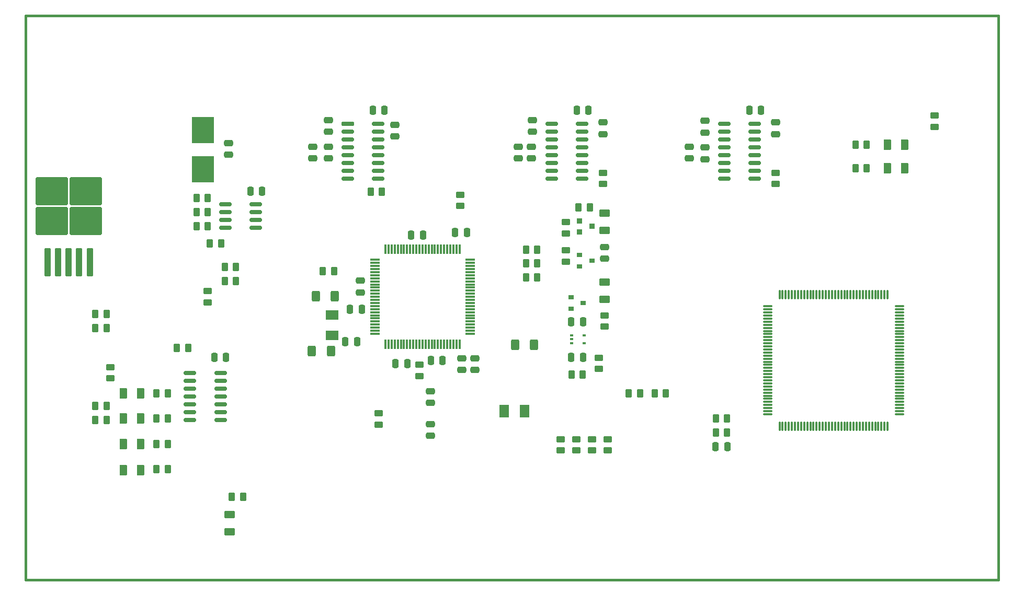
<source format=gbr>
%TF.GenerationSoftware,KiCad,Pcbnew,8.99.0-344-gfbc433deaa-dirty*%
%TF.CreationDate,2024-03-11T18:45:51+01:00*%
%TF.ProjectId,kit-dev-coldfire-xilinx_5213,6b69742d-6465-4762-9d63-6f6c64666972,2*%
%TF.SameCoordinates,Original*%
%TF.FileFunction,Paste,Top*%
%TF.FilePolarity,Positive*%
%FSLAX46Y46*%
G04 Gerber Fmt 4.6, Leading zero omitted, Abs format (unit mm)*
G04 Created by KiCad (PCBNEW 8.99.0-344-gfbc433deaa-dirty) date 2024-03-11 18:45:51*
%MOMM*%
%LPD*%
G01*
G04 APERTURE LIST*
G04 Aperture macros list*
%AMRoundRect*
0 Rectangle with rounded corners*
0 $1 Rounding radius*
0 $2 $3 $4 $5 $6 $7 $8 $9 X,Y pos of 4 corners*
0 Add a 4 corners polygon primitive as box body*
4,1,4,$2,$3,$4,$5,$6,$7,$8,$9,$2,$3,0*
0 Add four circle primitives for the rounded corners*
1,1,$1+$1,$2,$3*
1,1,$1+$1,$4,$5*
1,1,$1+$1,$6,$7*
1,1,$1+$1,$8,$9*
0 Add four rect primitives between the rounded corners*
20,1,$1+$1,$2,$3,$4,$5,0*
20,1,$1+$1,$4,$5,$6,$7,0*
20,1,$1+$1,$6,$7,$8,$9,0*
20,1,$1+$1,$8,$9,$2,$3,0*%
G04 Aperture macros list end*
%ADD10RoundRect,0.250000X-0.475000X0.250000X-0.475000X-0.250000X0.475000X-0.250000X0.475000X0.250000X0*%
%ADD11RoundRect,0.250000X0.475000X-0.250000X0.475000X0.250000X-0.475000X0.250000X-0.475000X-0.250000X0*%
%ADD12RoundRect,0.250000X0.250000X0.475000X-0.250000X0.475000X-0.250000X-0.475000X0.250000X-0.475000X0*%
%ADD13RoundRect,0.250000X-0.250000X-0.475000X0.250000X-0.475000X0.250000X0.475000X-0.250000X0.475000X0*%
%ADD14R,2.032000X1.524000*%
%ADD15R,1.524000X2.032000*%
%ADD16R,0.900000X0.800000*%
%ADD17RoundRect,0.250000X0.375000X0.625000X-0.375000X0.625000X-0.375000X-0.625000X0.375000X-0.625000X0*%
%ADD18R,3.556000X4.191000*%
%ADD19RoundRect,0.250000X0.400000X0.625000X-0.400000X0.625000X-0.400000X-0.625000X0.400000X-0.625000X0*%
%ADD20RoundRect,0.250000X-0.400000X-0.625000X0.400000X-0.625000X0.400000X0.625000X-0.400000X0.625000X0*%
%ADD21RoundRect,0.250000X-0.375000X-0.625000X0.375000X-0.625000X0.375000X0.625000X-0.375000X0.625000X0*%
%ADD22RoundRect,0.250000X0.625000X-0.375000X0.625000X0.375000X-0.625000X0.375000X-0.625000X-0.375000X0*%
%ADD23R,0.914400X0.914400*%
%ADD24RoundRect,0.250000X0.450000X-0.262500X0.450000X0.262500X-0.450000X0.262500X-0.450000X-0.262500X0*%
%ADD25RoundRect,0.250000X-0.262500X-0.450000X0.262500X-0.450000X0.262500X0.450000X-0.262500X0.450000X0*%
%ADD26RoundRect,0.250000X0.262500X0.450000X-0.262500X0.450000X-0.262500X-0.450000X0.262500X-0.450000X0*%
%ADD27RoundRect,0.250000X-0.450000X0.262500X-0.450000X-0.262500X0.450000X-0.262500X0.450000X0.262500X0*%
%ADD28RoundRect,0.075000X-0.075000X0.725000X-0.075000X-0.725000X0.075000X-0.725000X0.075000X0.725000X0*%
%ADD29RoundRect,0.075000X-0.725000X0.075000X-0.725000X-0.075000X0.725000X-0.075000X0.725000X0.075000X0*%
%ADD30R,0.508000X0.304800*%
%ADD31RoundRect,0.150000X-0.825000X-0.150000X0.825000X-0.150000X0.825000X0.150000X-0.825000X0.150000X0*%
%ADD32RoundRect,0.150000X0.825000X0.150000X-0.825000X0.150000X-0.825000X-0.150000X0.825000X-0.150000X0*%
%ADD33RoundRect,0.088235X-0.886765X-0.211765X0.886765X-0.211765X0.886765X0.211765X-0.886765X0.211765X0*%
%ADD34RoundRect,0.250000X0.300000X-2.050000X0.300000X2.050000X-0.300000X2.050000X-0.300000X-2.050000X0*%
%ADD35RoundRect,0.250000X2.375000X-2.025000X2.375000X2.025000X-2.375000X2.025000X-2.375000X-2.025000X0*%
%ADD36RoundRect,0.075000X-0.075000X0.662500X-0.075000X-0.662500X0.075000X-0.662500X0.075000X0.662500X0*%
%ADD37RoundRect,0.075000X-0.662500X0.075000X-0.662500X-0.075000X0.662500X-0.075000X0.662500X0.075000X0*%
%TA.AperFunction,Profile*%
%ADD38C,0.381000*%
%TD*%
G04 APERTURE END LIST*
D10*
%TO.C,C107*%
X136652000Y-116779000D03*
X136652000Y-118679000D03*
%TD*%
D11*
%TO.C,C106*%
X136652000Y-124013000D03*
X136652000Y-122113000D03*
%TD*%
%TO.C,C105*%
X164846000Y-95311000D03*
X164846000Y-93411000D03*
%TD*%
D12*
%TO.C,C110*%
X142555000Y-91059000D03*
X140655000Y-91059000D03*
%TD*%
%TO.C,C111*%
X135443000Y-91440000D03*
X133543000Y-91440000D03*
%TD*%
D10*
%TO.C,C113*%
X125349000Y-98872000D03*
X125349000Y-100772000D03*
%TD*%
D12*
%TO.C,C114*%
X125537000Y-103505000D03*
X123637000Y-103505000D03*
%TD*%
%TO.C,C115*%
X132903000Y-112268000D03*
X131003000Y-112268000D03*
%TD*%
%TO.C,C116*%
X138618000Y-111760000D03*
X136718000Y-111760000D03*
%TD*%
D13*
%TO.C,C101*%
X159451000Y-105537000D03*
X161351000Y-105537000D03*
%TD*%
D12*
%TO.C,C104*%
X161351000Y-111252000D03*
X159451000Y-111252000D03*
%TD*%
D14*
%TO.C,C108*%
X120777000Y-107696000D03*
X120777000Y-104394000D03*
%TD*%
D15*
%TO.C,C119*%
X148590000Y-120015000D03*
X151892000Y-120015000D03*
%TD*%
D13*
%TO.C,C109*%
X122875000Y-108712000D03*
X124775000Y-108712000D03*
%TD*%
D10*
%TO.C,C102*%
X141732000Y-111445000D03*
X141732000Y-113345000D03*
%TD*%
%TO.C,C103*%
X143891000Y-111445000D03*
X143891000Y-113345000D03*
%TD*%
%TO.C,C203*%
X192532000Y-73218000D03*
X192532000Y-75118000D03*
%TD*%
D12*
%TO.C,C204*%
X190180000Y-71247000D03*
X188280000Y-71247000D03*
%TD*%
D10*
%TO.C,C205*%
X181102000Y-72964000D03*
X181102000Y-74864000D03*
%TD*%
%TO.C,C206*%
X181102000Y-77282000D03*
X181102000Y-79182000D03*
%TD*%
D13*
%TO.C,C202*%
X101666000Y-111252000D03*
X103566000Y-111252000D03*
%TD*%
D11*
%TO.C,C207*%
X178562000Y-79055000D03*
X178562000Y-77155000D03*
%TD*%
D10*
%TO.C,C208*%
X164592000Y-73218000D03*
X164592000Y-75118000D03*
%TD*%
D12*
%TO.C,C209*%
X162240000Y-71247000D03*
X160340000Y-71247000D03*
%TD*%
D10*
%TO.C,C210*%
X153162000Y-72837000D03*
X153162000Y-74737000D03*
%TD*%
%TO.C,C211*%
X153035000Y-77155000D03*
X153035000Y-79055000D03*
%TD*%
D11*
%TO.C,C214*%
X150876000Y-79055000D03*
X150876000Y-77155000D03*
%TD*%
D13*
%TO.C,C219*%
X107508000Y-84328000D03*
X109408000Y-84328000D03*
%TD*%
D12*
%TO.C,C217*%
X129220000Y-71247000D03*
X127320000Y-71247000D03*
%TD*%
D10*
%TO.C,C220*%
X120142000Y-77155000D03*
X120142000Y-79055000D03*
%TD*%
D11*
%TO.C,C213*%
X104000000Y-78450000D03*
X104000000Y-76550000D03*
%TD*%
D13*
%TO.C,C201*%
X182819000Y-125730000D03*
X184719000Y-125730000D03*
%TD*%
D10*
%TO.C,C218*%
X120142000Y-72837000D03*
X120142000Y-74737000D03*
%TD*%
D11*
%TO.C,C221*%
X117602000Y-79055000D03*
X117602000Y-77155000D03*
%TD*%
D10*
%TO.C,C216*%
X130937000Y-73599000D03*
X130937000Y-75499000D03*
%TD*%
D16*
%TO.C,D101*%
X159401000Y-103439000D03*
X161401000Y-102489000D03*
X159401000Y-101539000D03*
%TD*%
%TO.C,D102*%
X160798000Y-96581000D03*
X162798000Y-95631000D03*
X160798000Y-94681000D03*
%TD*%
D17*
%TO.C,D301*%
X213490000Y-76835000D03*
X210690000Y-76835000D03*
%TD*%
%TO.C,D302*%
X213490000Y-80645000D03*
X210690000Y-80645000D03*
%TD*%
D18*
%TO.C,F201*%
X99800000Y-74425000D03*
X99800000Y-80775000D03*
%TD*%
D19*
%TO.C,FB101*%
X121184000Y-101346000D03*
X118084000Y-101346000D03*
%TD*%
D20*
%TO.C,L102*%
X117449000Y-110236000D03*
X120549000Y-110236000D03*
%TD*%
D19*
%TO.C,L101*%
X153442000Y-109220000D03*
X150342000Y-109220000D03*
%TD*%
D21*
%TO.C,LED201*%
X86992000Y-117094000D03*
X89792000Y-117094000D03*
%TD*%
%TO.C,LED202*%
X86992000Y-121158000D03*
X89792000Y-121158000D03*
%TD*%
%TO.C,LED203*%
X86992000Y-125349000D03*
X89792000Y-125349000D03*
%TD*%
%TO.C,LED204*%
X86992000Y-129540000D03*
X89792000Y-129540000D03*
%TD*%
D22*
%TO.C,LED205*%
X104140000Y-139576000D03*
X104140000Y-136776000D03*
%TD*%
%TO.C,LEDABRT101*%
X164846000Y-101857000D03*
X164846000Y-99057000D03*
%TD*%
D23*
%TO.C,Q101*%
X160782000Y-90932000D03*
X160782000Y-89154000D03*
X162814000Y-90043000D03*
%TD*%
D24*
%TO.C,R125*%
X128270000Y-122197500D03*
X128270000Y-120372500D03*
%TD*%
D25*
%TO.C,R102*%
X103354500Y-96647000D03*
X105179500Y-96647000D03*
%TD*%
D26*
%TO.C,R118*%
X184681500Y-121158000D03*
X182856500Y-121158000D03*
%TD*%
%TO.C,R119*%
X184681500Y-123444000D03*
X182856500Y-123444000D03*
%TD*%
D25*
%TO.C,R120*%
X152122500Y-93853000D03*
X153947500Y-93853000D03*
%TD*%
D27*
%TO.C,R104*%
X163957000Y-111355500D03*
X163957000Y-113180500D03*
%TD*%
D25*
%TO.C,R121*%
X168759500Y-117094000D03*
X170584500Y-117094000D03*
%TD*%
D24*
%TO.C,R113*%
X141478000Y-86764500D03*
X141478000Y-84939500D03*
%TD*%
D26*
%TO.C,R122*%
X174775500Y-117094000D03*
X172950500Y-117094000D03*
%TD*%
D25*
%TO.C,R123*%
X152122500Y-98298000D03*
X153947500Y-98298000D03*
%TD*%
D26*
%TO.C,R105*%
X161313500Y-114046000D03*
X159488500Y-114046000D03*
%TD*%
D25*
%TO.C,R124*%
X152122500Y-96012000D03*
X153947500Y-96012000D03*
%TD*%
D27*
%TO.C,R103*%
X164846000Y-104497500D03*
X164846000Y-106322500D03*
%TD*%
D24*
%TO.C,R106*%
X158623000Y-95781500D03*
X158623000Y-93956500D03*
%TD*%
D26*
%TO.C,R111*%
X121054500Y-97282000D03*
X119229500Y-97282000D03*
%TD*%
%TO.C,R107*%
X84224500Y-104267000D03*
X82399500Y-104267000D03*
%TD*%
%TO.C,R108*%
X84224500Y-106553000D03*
X82399500Y-106553000D03*
%TD*%
%TO.C,R109*%
X84224500Y-119126000D03*
X82399500Y-119126000D03*
%TD*%
%TO.C,R110*%
X84224500Y-121412000D03*
X82399500Y-121412000D03*
%TD*%
D24*
%TO.C,R115*%
X158623000Y-91209500D03*
X158623000Y-89384500D03*
%TD*%
D25*
%TO.C,R116*%
X160631500Y-86995000D03*
X162456500Y-86995000D03*
%TD*%
D26*
%TO.C,R215*%
X128801500Y-84455000D03*
X126976500Y-84455000D03*
%TD*%
D25*
%TO.C,R101*%
X103354500Y-98933000D03*
X105179500Y-98933000D03*
%TD*%
D27*
%TO.C,R117*%
X84836000Y-112879500D03*
X84836000Y-114704500D03*
%TD*%
D25*
%TO.C,R202*%
X92305500Y-117094000D03*
X94130500Y-117094000D03*
%TD*%
D24*
%TO.C,R205*%
X192532000Y-83208500D03*
X192532000Y-81383500D03*
%TD*%
D25*
%TO.C,R203*%
X92305500Y-121158000D03*
X94130500Y-121158000D03*
%TD*%
%TO.C,R204*%
X92305500Y-125349000D03*
X94130500Y-125349000D03*
%TD*%
%TO.C,R206*%
X92305500Y-129413000D03*
X94130500Y-129413000D03*
%TD*%
D26*
%TO.C,R201*%
X97432500Y-109728000D03*
X95607500Y-109728000D03*
%TD*%
D24*
%TO.C,R208*%
X164592000Y-83208500D03*
X164592000Y-81383500D03*
%TD*%
D25*
%TO.C,R210*%
X100941500Y-92837000D03*
X102766500Y-92837000D03*
%TD*%
D26*
%TO.C,R209*%
X100607500Y-85471000D03*
X98782500Y-85471000D03*
%TD*%
D24*
%TO.C,R112*%
X100584000Y-102385500D03*
X100584000Y-100560500D03*
%TD*%
D27*
%TO.C,R114*%
X134874000Y-112498500D03*
X134874000Y-114323500D03*
%TD*%
D24*
%TO.C,R214*%
X157734000Y-126388500D03*
X157734000Y-124563500D03*
%TD*%
%TO.C,R213*%
X160274000Y-126388500D03*
X160274000Y-124563500D03*
%TD*%
%TO.C,R212*%
X162814000Y-126388500D03*
X162814000Y-124563500D03*
%TD*%
%TO.C,R211*%
X165354000Y-126388500D03*
X165354000Y-124563500D03*
%TD*%
D25*
%TO.C,R207*%
X104497500Y-133858000D03*
X106322500Y-133858000D03*
%TD*%
D27*
%TO.C,R301*%
X218250000Y-72087500D03*
X218250000Y-73912500D03*
%TD*%
D25*
%TO.C,R303*%
X205462500Y-76835000D03*
X207287500Y-76835000D03*
%TD*%
%TO.C,R304*%
X205462500Y-80645000D03*
X207287500Y-80645000D03*
%TD*%
%TO.C,RCAN202*%
X98782500Y-87757000D03*
X100607500Y-87757000D03*
%TD*%
%TO.C,RCAN201*%
X98782500Y-90043000D03*
X100607500Y-90043000D03*
%TD*%
D22*
%TO.C,LED_RST101*%
X164846000Y-90681000D03*
X164846000Y-87881000D03*
%TD*%
D28*
%TO.C,U102*%
X141382000Y-93798000D03*
X140882000Y-93798000D03*
X140382000Y-93798000D03*
X139882000Y-93798000D03*
X139382000Y-93798000D03*
X138882000Y-93798000D03*
X138382000Y-93798000D03*
X137882000Y-93798000D03*
X137382000Y-93798000D03*
X136882000Y-93798000D03*
X136382000Y-93798000D03*
X135882000Y-93798000D03*
X135382000Y-93798000D03*
X134882000Y-93798000D03*
X134382000Y-93798000D03*
X133882000Y-93798000D03*
X133382000Y-93798000D03*
X132882000Y-93798000D03*
X132382000Y-93798000D03*
X131882000Y-93798000D03*
X131382000Y-93798000D03*
X130882000Y-93798000D03*
X130382000Y-93798000D03*
X129882000Y-93798000D03*
X129382000Y-93798000D03*
D29*
X127707000Y-95473000D03*
X127707000Y-95973000D03*
X127707000Y-96473000D03*
X127707000Y-96973000D03*
X127707000Y-97473000D03*
X127707000Y-97973000D03*
X127707000Y-98473000D03*
X127707000Y-98973000D03*
X127707000Y-99473000D03*
X127707000Y-99973000D03*
X127707000Y-100473000D03*
X127707000Y-100973000D03*
X127707000Y-101473000D03*
X127707000Y-101973000D03*
X127707000Y-102473000D03*
X127707000Y-102973000D03*
X127707000Y-103473000D03*
X127707000Y-103973000D03*
X127707000Y-104473000D03*
X127707000Y-104973000D03*
X127707000Y-105473000D03*
X127707000Y-105973000D03*
X127707000Y-106473000D03*
X127707000Y-106973000D03*
X127707000Y-107473000D03*
D28*
X129382000Y-109148000D03*
X129882000Y-109148000D03*
X130382000Y-109148000D03*
X130882000Y-109148000D03*
X131382000Y-109148000D03*
X131882000Y-109148000D03*
X132382000Y-109148000D03*
X132882000Y-109148000D03*
X133382000Y-109148000D03*
X133882000Y-109148000D03*
X134382000Y-109148000D03*
X134882000Y-109148000D03*
X135382000Y-109148000D03*
X135882000Y-109148000D03*
X136382000Y-109148000D03*
X136882000Y-109148000D03*
X137382000Y-109148000D03*
X137882000Y-109148000D03*
X138382000Y-109148000D03*
X138882000Y-109148000D03*
X139382000Y-109148000D03*
X139882000Y-109148000D03*
X140382000Y-109148000D03*
X140882000Y-109148000D03*
X141382000Y-109148000D03*
D29*
X143057000Y-107473000D03*
X143057000Y-106973000D03*
X143057000Y-106473000D03*
X143057000Y-105973000D03*
X143057000Y-105473000D03*
X143057000Y-104973000D03*
X143057000Y-104473000D03*
X143057000Y-103973000D03*
X143057000Y-103473000D03*
X143057000Y-102973000D03*
X143057000Y-102473000D03*
X143057000Y-101973000D03*
X143057000Y-101473000D03*
X143057000Y-100973000D03*
X143057000Y-100473000D03*
X143057000Y-99973000D03*
X143057000Y-99473000D03*
X143057000Y-98973000D03*
X143057000Y-98473000D03*
X143057000Y-97973000D03*
X143057000Y-97473000D03*
X143057000Y-96973000D03*
X143057000Y-96473000D03*
X143057000Y-95973000D03*
X143057000Y-95473000D03*
%TD*%
D30*
%TO.C,U101*%
X159512000Y-107696000D03*
X159512000Y-108331000D03*
X159512000Y-108966000D03*
X161544000Y-108966000D03*
X161544000Y-107696000D03*
%TD*%
D31*
%TO.C,U202*%
X184215000Y-73406000D03*
X184215000Y-74676000D03*
X184215000Y-75946000D03*
X184215000Y-77216000D03*
X184215000Y-78486000D03*
X184215000Y-79756000D03*
X184215000Y-81026000D03*
X184215000Y-82296000D03*
X189165000Y-82296000D03*
X189165000Y-81026000D03*
X189165000Y-79756000D03*
X189165000Y-78486000D03*
X189165000Y-77216000D03*
X189165000Y-75946000D03*
X189165000Y-74676000D03*
X189165000Y-73406000D03*
%TD*%
%TO.C,U203*%
X156275000Y-73406000D03*
X156275000Y-74676000D03*
X156275000Y-75946000D03*
X156275000Y-77216000D03*
X156275000Y-78486000D03*
X156275000Y-79756000D03*
X156275000Y-81026000D03*
X156275000Y-82296000D03*
X161225000Y-82296000D03*
X161225000Y-81026000D03*
X161225000Y-79756000D03*
X161225000Y-78486000D03*
X161225000Y-77216000D03*
X161225000Y-75946000D03*
X161225000Y-74676000D03*
X161225000Y-73406000D03*
%TD*%
D32*
%TO.C,U205*%
X108393000Y-90297000D03*
X108393000Y-89027000D03*
X108393000Y-87757000D03*
X108393000Y-86487000D03*
X103443000Y-86487000D03*
X103443000Y-87757000D03*
X103443000Y-89027000D03*
X103443000Y-90297000D03*
%TD*%
D33*
%TO.C,U204*%
X123255000Y-73406000D03*
D31*
X123255000Y-74676000D03*
X123255000Y-75946000D03*
X123255000Y-77216000D03*
X123255000Y-78486000D03*
X123255000Y-79756000D03*
X123255000Y-81026000D03*
X123255000Y-82296000D03*
X128205000Y-82296000D03*
X128205000Y-81026000D03*
X128205000Y-79756000D03*
X128205000Y-78486000D03*
X128205000Y-77216000D03*
X128205000Y-75946000D03*
X128205000Y-74676000D03*
X128205000Y-73406000D03*
%TD*%
D34*
%TO.C,VR201*%
X74705000Y-95915000D03*
X76405000Y-95915000D03*
X78105000Y-95915000D03*
D35*
X75330000Y-89190000D03*
X80880000Y-89190000D03*
X75330000Y-84340000D03*
X80880000Y-84340000D03*
D34*
X79805000Y-95915000D03*
X81505000Y-95915000D03*
%TD*%
D36*
%TO.C,U301*%
X210680000Y-101097500D03*
X210180000Y-101097500D03*
X209680000Y-101097500D03*
X209180000Y-101097500D03*
X208680000Y-101097500D03*
X208180000Y-101097500D03*
X207680000Y-101097500D03*
X207180000Y-101097500D03*
X206680000Y-101097500D03*
X206180000Y-101097500D03*
X205680000Y-101097500D03*
X205180000Y-101097500D03*
X204680000Y-101097500D03*
X204180000Y-101097500D03*
X203680000Y-101097500D03*
X203180000Y-101097500D03*
X202680000Y-101097500D03*
X202180000Y-101097500D03*
X201680000Y-101097500D03*
X201180000Y-101097500D03*
X200680000Y-101097500D03*
X200180000Y-101097500D03*
X199680000Y-101097500D03*
X199180000Y-101097500D03*
X198680000Y-101097500D03*
X198180000Y-101097500D03*
X197680000Y-101097500D03*
X197180000Y-101097500D03*
X196680000Y-101097500D03*
X196180000Y-101097500D03*
X195680000Y-101097500D03*
X195180000Y-101097500D03*
X194680000Y-101097500D03*
X194180000Y-101097500D03*
X193680000Y-101097500D03*
X193180000Y-101097500D03*
D37*
X191267500Y-103010000D03*
X191267500Y-103510000D03*
X191267500Y-104010000D03*
X191267500Y-104510000D03*
X191267500Y-105010000D03*
X191267500Y-105510000D03*
X191267500Y-106010000D03*
X191267500Y-106510000D03*
X191267500Y-107010000D03*
X191267500Y-107510000D03*
X191267500Y-108010000D03*
X191267500Y-108510000D03*
X191267500Y-109010000D03*
X191267500Y-109510000D03*
X191267500Y-110010000D03*
X191267500Y-110510000D03*
X191267500Y-111010000D03*
X191267500Y-111510000D03*
X191267500Y-112010000D03*
X191267500Y-112510000D03*
X191267500Y-113010000D03*
X191267500Y-113510000D03*
X191267500Y-114010000D03*
X191267500Y-114510000D03*
X191267500Y-115010000D03*
X191267500Y-115510000D03*
X191267500Y-116010000D03*
X191267500Y-116510000D03*
X191267500Y-117010000D03*
X191267500Y-117510000D03*
X191267500Y-118010000D03*
X191267500Y-118510000D03*
X191267500Y-119010000D03*
X191267500Y-119510000D03*
X191267500Y-120010000D03*
X191267500Y-120510000D03*
D36*
X193180000Y-122422500D03*
X193680000Y-122422500D03*
X194180000Y-122422500D03*
X194680000Y-122422500D03*
X195180000Y-122422500D03*
X195680000Y-122422500D03*
X196180000Y-122422500D03*
X196680000Y-122422500D03*
X197180000Y-122422500D03*
X197680000Y-122422500D03*
X198180000Y-122422500D03*
X198680000Y-122422500D03*
X199180000Y-122422500D03*
X199680000Y-122422500D03*
X200180000Y-122422500D03*
X200680000Y-122422500D03*
X201180000Y-122422500D03*
X201680000Y-122422500D03*
X202180000Y-122422500D03*
X202680000Y-122422500D03*
X203180000Y-122422500D03*
X203680000Y-122422500D03*
X204180000Y-122422500D03*
X204680000Y-122422500D03*
X205180000Y-122422500D03*
X205680000Y-122422500D03*
X206180000Y-122422500D03*
X206680000Y-122422500D03*
X207180000Y-122422500D03*
X207680000Y-122422500D03*
X208180000Y-122422500D03*
X208680000Y-122422500D03*
X209180000Y-122422500D03*
X209680000Y-122422500D03*
X210180000Y-122422500D03*
X210680000Y-122422500D03*
D37*
X212592500Y-120510000D03*
X212592500Y-120010000D03*
X212592500Y-119510000D03*
X212592500Y-119010000D03*
X212592500Y-118510000D03*
X212592500Y-118010000D03*
X212592500Y-117510000D03*
X212592500Y-117010000D03*
X212592500Y-116510000D03*
X212592500Y-116010000D03*
X212592500Y-115510000D03*
X212592500Y-115010000D03*
X212592500Y-114510000D03*
X212592500Y-114010000D03*
X212592500Y-113510000D03*
X212592500Y-113010000D03*
X212592500Y-112510000D03*
X212592500Y-112010000D03*
X212592500Y-111510000D03*
X212592500Y-111010000D03*
X212592500Y-110510000D03*
X212592500Y-110010000D03*
X212592500Y-109510000D03*
X212592500Y-109010000D03*
X212592500Y-108510000D03*
X212592500Y-108010000D03*
X212592500Y-107510000D03*
X212592500Y-107010000D03*
X212592500Y-106510000D03*
X212592500Y-106010000D03*
X212592500Y-105510000D03*
X212592500Y-105010000D03*
X212592500Y-104510000D03*
X212592500Y-104010000D03*
X212592500Y-103510000D03*
X212592500Y-103010000D03*
%TD*%
D31*
%TO.C,U201*%
X97728000Y-113792000D03*
X97728000Y-115062000D03*
X97728000Y-116332000D03*
X97728000Y-117602000D03*
X97728000Y-118872000D03*
X97728000Y-120142000D03*
X97728000Y-121412000D03*
X102678000Y-121412000D03*
X102678000Y-120142000D03*
X102678000Y-118872000D03*
X102678000Y-117602000D03*
X102678000Y-116332000D03*
X102678000Y-115062000D03*
X102678000Y-113792000D03*
%TD*%
D38*
X71120000Y-147320000D02*
X228600000Y-147320000D01*
X71120000Y-55880000D02*
X71120000Y-147320000D01*
X228600000Y-55880000D02*
X228600000Y-147320000D01*
X228600000Y-55880000D02*
X71120000Y-55880000D01*
M02*

</source>
